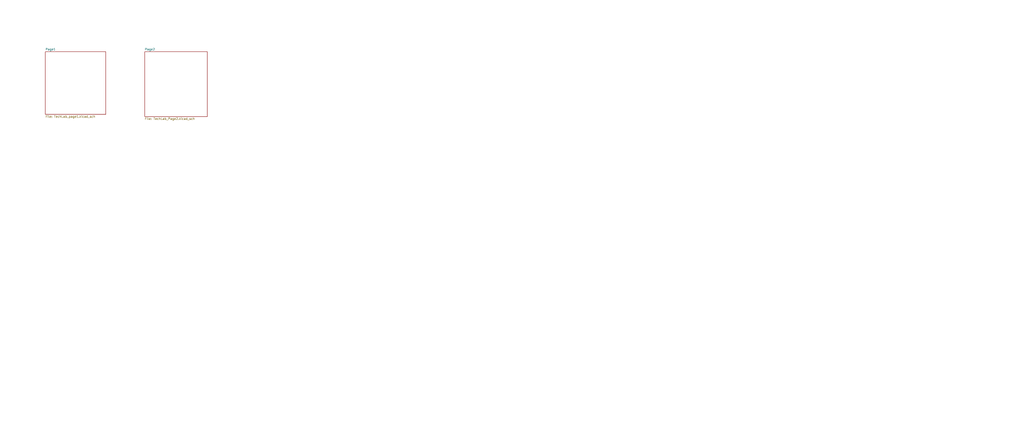
<source format=kicad_sch>
(kicad_sch
	(version 20231120)
	(generator "eeschema")
	(generator_version "8.0")
	(uuid "199e843b-8c9a-4ca8-a6e6-fde18a374d00")
	(paper "User" 601.98 254.127)
	(lib_symbols)
	(sheet
		(at 85.09 30.48)
		(size 36.83 38.1)
		(fields_autoplaced yes)
		(stroke
			(width 0.1524)
			(type solid)
		)
		(fill
			(color 0 0 0 0.0000)
		)
		(uuid "4dffbcbf-91b6-4a9c-9fc6-f872a45552ad")
		(property "Sheetname" "Page2"
			(at 85.09 29.7684 0)
			(effects
				(font
					(size 1.27 1.27)
				)
				(justify left bottom)
			)
		)
		(property "Sheetfile" "TechLab_Page2.kicad_sch"
			(at 85.09 69.1646 0)
			(effects
				(font
					(size 1.27 1.27)
				)
				(justify left top)
			)
		)
		(instances
			(project "TechLab"
				(path "/199e843b-8c9a-4ca8-a6e6-fde18a374d00"
					(page "2")
				)
			)
		)
	)
	(sheet
		(at 26.67 30.48)
		(size 35.56 36.83)
		(fields_autoplaced yes)
		(stroke
			(width 0.1524)
			(type solid)
		)
		(fill
			(color 0 0 0 0.0000)
		)
		(uuid "fb8e67e4-f31c-4719-a047-bd24316c146f")
		(property "Sheetname" "Page1"
			(at 26.67 29.7684 0)
			(effects
				(font
					(size 1.27 1.27)
				)
				(justify left bottom)
			)
		)
		(property "Sheetfile" "TechLab_page1.kicad_sch"
			(at 26.67 67.8946 0)
			(effects
				(font
					(size 1.27 1.27)
				)
				(justify left top)
			)
		)
		(instances
			(project "TechLab"
				(path "/199e843b-8c9a-4ca8-a6e6-fde18a374d00"
					(page "1")
				)
			)
		)
	)
	(sheet_instances
		(path "/"
			(page "0")
		)
	)
)

</source>
